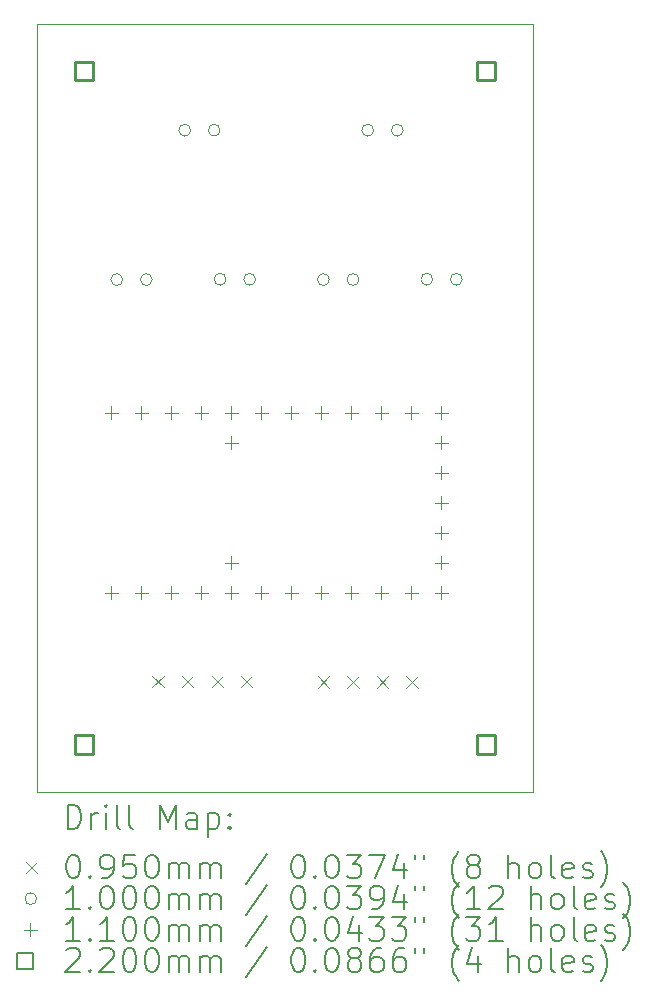
<source format=gbr>
%TF.GenerationSoftware,KiCad,Pcbnew,8.0.4*%
%TF.CreationDate,2024-08-04T23:06:57+09:00*%
%TF.ProjectId,sdvx,73647678-2e6b-4696-9361-645f70636258,rev?*%
%TF.SameCoordinates,Original*%
%TF.FileFunction,Drillmap*%
%TF.FilePolarity,Positive*%
%FSLAX45Y45*%
G04 Gerber Fmt 4.5, Leading zero omitted, Abs format (unit mm)*
G04 Created by KiCad (PCBNEW 8.0.4) date 2024-08-04 23:06:57*
%MOMM*%
%LPD*%
G01*
G04 APERTURE LIST*
%ADD10C,0.050000*%
%ADD11C,0.200000*%
%ADD12C,0.100000*%
%ADD13C,0.110000*%
%ADD14C,0.220000*%
G04 APERTURE END LIST*
D10*
X12300000Y-5900000D02*
X16500000Y-5900000D01*
X16500000Y-12400000D01*
X12300000Y-12400000D01*
X12300000Y-5900000D01*
D11*
D12*
X13277500Y-11422500D02*
X13372500Y-11517500D01*
X13372500Y-11422500D02*
X13277500Y-11517500D01*
X13527500Y-11422500D02*
X13622500Y-11517500D01*
X13622500Y-11422500D02*
X13527500Y-11517500D01*
X13777500Y-11422500D02*
X13872500Y-11517500D01*
X13872500Y-11422500D02*
X13777500Y-11517500D01*
X14027500Y-11422500D02*
X14122500Y-11517500D01*
X14122500Y-11422500D02*
X14027500Y-11517500D01*
X14677500Y-11425000D02*
X14772500Y-11520000D01*
X14772500Y-11425000D02*
X14677500Y-11520000D01*
X14927500Y-11425000D02*
X15022500Y-11520000D01*
X15022500Y-11425000D02*
X14927500Y-11520000D01*
X15177500Y-11425000D02*
X15272500Y-11520000D01*
X15272500Y-11425000D02*
X15177500Y-11520000D01*
X15427500Y-11425000D02*
X15522500Y-11520000D01*
X15522500Y-11425000D02*
X15427500Y-11520000D01*
X13025000Y-8064500D02*
G75*
G02*
X12925000Y-8064500I-50000J0D01*
G01*
X12925000Y-8064500D02*
G75*
G02*
X13025000Y-8064500I50000J0D01*
G01*
X13275000Y-8064500D02*
G75*
G02*
X13175000Y-8064500I-50000J0D01*
G01*
X13175000Y-8064500D02*
G75*
G02*
X13275000Y-8064500I50000J0D01*
G01*
X13600000Y-6800000D02*
G75*
G02*
X13500000Y-6800000I-50000J0D01*
G01*
X13500000Y-6800000D02*
G75*
G02*
X13600000Y-6800000I50000J0D01*
G01*
X13850000Y-6800000D02*
G75*
G02*
X13750000Y-6800000I-50000J0D01*
G01*
X13750000Y-6800000D02*
G75*
G02*
X13850000Y-6800000I50000J0D01*
G01*
X13900000Y-8062000D02*
G75*
G02*
X13800000Y-8062000I-50000J0D01*
G01*
X13800000Y-8062000D02*
G75*
G02*
X13900000Y-8062000I50000J0D01*
G01*
X14150000Y-8062000D02*
G75*
G02*
X14050000Y-8062000I-50000J0D01*
G01*
X14050000Y-8062000D02*
G75*
G02*
X14150000Y-8062000I50000J0D01*
G01*
X14775000Y-8064500D02*
G75*
G02*
X14675000Y-8064500I-50000J0D01*
G01*
X14675000Y-8064500D02*
G75*
G02*
X14775000Y-8064500I50000J0D01*
G01*
X15025000Y-8064500D02*
G75*
G02*
X14925000Y-8064500I-50000J0D01*
G01*
X14925000Y-8064500D02*
G75*
G02*
X15025000Y-8064500I50000J0D01*
G01*
X15150000Y-6800000D02*
G75*
G02*
X15050000Y-6800000I-50000J0D01*
G01*
X15050000Y-6800000D02*
G75*
G02*
X15150000Y-6800000I50000J0D01*
G01*
X15400000Y-6800000D02*
G75*
G02*
X15300000Y-6800000I-50000J0D01*
G01*
X15300000Y-6800000D02*
G75*
G02*
X15400000Y-6800000I50000J0D01*
G01*
X15650000Y-8062000D02*
G75*
G02*
X15550000Y-8062000I-50000J0D01*
G01*
X15550000Y-8062000D02*
G75*
G02*
X15650000Y-8062000I50000J0D01*
G01*
X15900000Y-8062000D02*
G75*
G02*
X15800000Y-8062000I-50000J0D01*
G01*
X15800000Y-8062000D02*
G75*
G02*
X15900000Y-8062000I50000J0D01*
G01*
D13*
X12928000Y-9135500D02*
X12928000Y-9245500D01*
X12873000Y-9190500D02*
X12983000Y-9190500D01*
X12928000Y-10659500D02*
X12928000Y-10769500D01*
X12873000Y-10714500D02*
X12983000Y-10714500D01*
X13182000Y-9135500D02*
X13182000Y-9245500D01*
X13127000Y-9190500D02*
X13237000Y-9190500D01*
X13182000Y-10659500D02*
X13182000Y-10769500D01*
X13127000Y-10714500D02*
X13237000Y-10714500D01*
X13436000Y-9135500D02*
X13436000Y-9245500D01*
X13381000Y-9190500D02*
X13491000Y-9190500D01*
X13436000Y-10659500D02*
X13436000Y-10769500D01*
X13381000Y-10714500D02*
X13491000Y-10714500D01*
X13690000Y-9135500D02*
X13690000Y-9245500D01*
X13635000Y-9190500D02*
X13745000Y-9190500D01*
X13690000Y-10659500D02*
X13690000Y-10769500D01*
X13635000Y-10714500D02*
X13745000Y-10714500D01*
X13944000Y-9135500D02*
X13944000Y-9245500D01*
X13889000Y-9190500D02*
X13999000Y-9190500D01*
X13944000Y-9389500D02*
X13944000Y-9499500D01*
X13889000Y-9444500D02*
X13999000Y-9444500D01*
X13944000Y-10405500D02*
X13944000Y-10515500D01*
X13889000Y-10460500D02*
X13999000Y-10460500D01*
X13944000Y-10659500D02*
X13944000Y-10769500D01*
X13889000Y-10714500D02*
X13999000Y-10714500D01*
X14198000Y-9135500D02*
X14198000Y-9245500D01*
X14143000Y-9190500D02*
X14253000Y-9190500D01*
X14198000Y-10659500D02*
X14198000Y-10769500D01*
X14143000Y-10714500D02*
X14253000Y-10714500D01*
X14452000Y-9135500D02*
X14452000Y-9245500D01*
X14397000Y-9190500D02*
X14507000Y-9190500D01*
X14452000Y-10659500D02*
X14452000Y-10769500D01*
X14397000Y-10714500D02*
X14507000Y-10714500D01*
X14706000Y-9135500D02*
X14706000Y-9245500D01*
X14651000Y-9190500D02*
X14761000Y-9190500D01*
X14706000Y-10659500D02*
X14706000Y-10769500D01*
X14651000Y-10714500D02*
X14761000Y-10714500D01*
X14960000Y-9135500D02*
X14960000Y-9245500D01*
X14905000Y-9190500D02*
X15015000Y-9190500D01*
X14960000Y-10659500D02*
X14960000Y-10769500D01*
X14905000Y-10714500D02*
X15015000Y-10714500D01*
X15214000Y-9135500D02*
X15214000Y-9245500D01*
X15159000Y-9190500D02*
X15269000Y-9190500D01*
X15214000Y-10659500D02*
X15214000Y-10769500D01*
X15159000Y-10714500D02*
X15269000Y-10714500D01*
X15468000Y-9135500D02*
X15468000Y-9245500D01*
X15413000Y-9190500D02*
X15523000Y-9190500D01*
X15468000Y-10659500D02*
X15468000Y-10769500D01*
X15413000Y-10714500D02*
X15523000Y-10714500D01*
X15722000Y-9135500D02*
X15722000Y-9245500D01*
X15667000Y-9190500D02*
X15777000Y-9190500D01*
X15722000Y-9389500D02*
X15722000Y-9499500D01*
X15667000Y-9444500D02*
X15777000Y-9444500D01*
X15722000Y-9643500D02*
X15722000Y-9753500D01*
X15667000Y-9698500D02*
X15777000Y-9698500D01*
X15722000Y-9897500D02*
X15722000Y-10007500D01*
X15667000Y-9952500D02*
X15777000Y-9952500D01*
X15722000Y-10151500D02*
X15722000Y-10261500D01*
X15667000Y-10206500D02*
X15777000Y-10206500D01*
X15722000Y-10405500D02*
X15722000Y-10515500D01*
X15667000Y-10460500D02*
X15777000Y-10460500D01*
X15722000Y-10659500D02*
X15722000Y-10769500D01*
X15667000Y-10714500D02*
X15777000Y-10714500D01*
D14*
X12777782Y-6377782D02*
X12777782Y-6222217D01*
X12622217Y-6222217D01*
X12622217Y-6377782D01*
X12777782Y-6377782D01*
X12777782Y-12077782D02*
X12777782Y-11922217D01*
X12622217Y-11922217D01*
X12622217Y-12077782D01*
X12777782Y-12077782D01*
X16177782Y-6377782D02*
X16177782Y-6222217D01*
X16022217Y-6222217D01*
X16022217Y-6377782D01*
X16177782Y-6377782D01*
X16177782Y-12077782D02*
X16177782Y-11922217D01*
X16022217Y-11922217D01*
X16022217Y-12077782D01*
X16177782Y-12077782D01*
D11*
X12558277Y-12713984D02*
X12558277Y-12513984D01*
X12558277Y-12513984D02*
X12605896Y-12513984D01*
X12605896Y-12513984D02*
X12634467Y-12523508D01*
X12634467Y-12523508D02*
X12653515Y-12542555D01*
X12653515Y-12542555D02*
X12663039Y-12561603D01*
X12663039Y-12561603D02*
X12672562Y-12599698D01*
X12672562Y-12599698D02*
X12672562Y-12628269D01*
X12672562Y-12628269D02*
X12663039Y-12666365D01*
X12663039Y-12666365D02*
X12653515Y-12685412D01*
X12653515Y-12685412D02*
X12634467Y-12704460D01*
X12634467Y-12704460D02*
X12605896Y-12713984D01*
X12605896Y-12713984D02*
X12558277Y-12713984D01*
X12758277Y-12713984D02*
X12758277Y-12580650D01*
X12758277Y-12618746D02*
X12767801Y-12599698D01*
X12767801Y-12599698D02*
X12777324Y-12590174D01*
X12777324Y-12590174D02*
X12796372Y-12580650D01*
X12796372Y-12580650D02*
X12815420Y-12580650D01*
X12882086Y-12713984D02*
X12882086Y-12580650D01*
X12882086Y-12513984D02*
X12872562Y-12523508D01*
X12872562Y-12523508D02*
X12882086Y-12533031D01*
X12882086Y-12533031D02*
X12891610Y-12523508D01*
X12891610Y-12523508D02*
X12882086Y-12513984D01*
X12882086Y-12513984D02*
X12882086Y-12533031D01*
X13005896Y-12713984D02*
X12986848Y-12704460D01*
X12986848Y-12704460D02*
X12977324Y-12685412D01*
X12977324Y-12685412D02*
X12977324Y-12513984D01*
X13110658Y-12713984D02*
X13091610Y-12704460D01*
X13091610Y-12704460D02*
X13082086Y-12685412D01*
X13082086Y-12685412D02*
X13082086Y-12513984D01*
X13339229Y-12713984D02*
X13339229Y-12513984D01*
X13339229Y-12513984D02*
X13405896Y-12656841D01*
X13405896Y-12656841D02*
X13472562Y-12513984D01*
X13472562Y-12513984D02*
X13472562Y-12713984D01*
X13653515Y-12713984D02*
X13653515Y-12609222D01*
X13653515Y-12609222D02*
X13643991Y-12590174D01*
X13643991Y-12590174D02*
X13624943Y-12580650D01*
X13624943Y-12580650D02*
X13586848Y-12580650D01*
X13586848Y-12580650D02*
X13567801Y-12590174D01*
X13653515Y-12704460D02*
X13634467Y-12713984D01*
X13634467Y-12713984D02*
X13586848Y-12713984D01*
X13586848Y-12713984D02*
X13567801Y-12704460D01*
X13567801Y-12704460D02*
X13558277Y-12685412D01*
X13558277Y-12685412D02*
X13558277Y-12666365D01*
X13558277Y-12666365D02*
X13567801Y-12647317D01*
X13567801Y-12647317D02*
X13586848Y-12637793D01*
X13586848Y-12637793D02*
X13634467Y-12637793D01*
X13634467Y-12637793D02*
X13653515Y-12628269D01*
X13748753Y-12580650D02*
X13748753Y-12780650D01*
X13748753Y-12590174D02*
X13767801Y-12580650D01*
X13767801Y-12580650D02*
X13805896Y-12580650D01*
X13805896Y-12580650D02*
X13824943Y-12590174D01*
X13824943Y-12590174D02*
X13834467Y-12599698D01*
X13834467Y-12599698D02*
X13843991Y-12618746D01*
X13843991Y-12618746D02*
X13843991Y-12675888D01*
X13843991Y-12675888D02*
X13834467Y-12694936D01*
X13834467Y-12694936D02*
X13824943Y-12704460D01*
X13824943Y-12704460D02*
X13805896Y-12713984D01*
X13805896Y-12713984D02*
X13767801Y-12713984D01*
X13767801Y-12713984D02*
X13748753Y-12704460D01*
X13929705Y-12694936D02*
X13939229Y-12704460D01*
X13939229Y-12704460D02*
X13929705Y-12713984D01*
X13929705Y-12713984D02*
X13920182Y-12704460D01*
X13920182Y-12704460D02*
X13929705Y-12694936D01*
X13929705Y-12694936D02*
X13929705Y-12713984D01*
X13929705Y-12590174D02*
X13939229Y-12599698D01*
X13939229Y-12599698D02*
X13929705Y-12609222D01*
X13929705Y-12609222D02*
X13920182Y-12599698D01*
X13920182Y-12599698D02*
X13929705Y-12590174D01*
X13929705Y-12590174D02*
X13929705Y-12609222D01*
D12*
X12202500Y-12995000D02*
X12297500Y-13090000D01*
X12297500Y-12995000D02*
X12202500Y-13090000D01*
D11*
X12596372Y-12933984D02*
X12615420Y-12933984D01*
X12615420Y-12933984D02*
X12634467Y-12943508D01*
X12634467Y-12943508D02*
X12643991Y-12953031D01*
X12643991Y-12953031D02*
X12653515Y-12972079D01*
X12653515Y-12972079D02*
X12663039Y-13010174D01*
X12663039Y-13010174D02*
X12663039Y-13057793D01*
X12663039Y-13057793D02*
X12653515Y-13095888D01*
X12653515Y-13095888D02*
X12643991Y-13114936D01*
X12643991Y-13114936D02*
X12634467Y-13124460D01*
X12634467Y-13124460D02*
X12615420Y-13133984D01*
X12615420Y-13133984D02*
X12596372Y-13133984D01*
X12596372Y-13133984D02*
X12577324Y-13124460D01*
X12577324Y-13124460D02*
X12567801Y-13114936D01*
X12567801Y-13114936D02*
X12558277Y-13095888D01*
X12558277Y-13095888D02*
X12548753Y-13057793D01*
X12548753Y-13057793D02*
X12548753Y-13010174D01*
X12548753Y-13010174D02*
X12558277Y-12972079D01*
X12558277Y-12972079D02*
X12567801Y-12953031D01*
X12567801Y-12953031D02*
X12577324Y-12943508D01*
X12577324Y-12943508D02*
X12596372Y-12933984D01*
X12748753Y-13114936D02*
X12758277Y-13124460D01*
X12758277Y-13124460D02*
X12748753Y-13133984D01*
X12748753Y-13133984D02*
X12739229Y-13124460D01*
X12739229Y-13124460D02*
X12748753Y-13114936D01*
X12748753Y-13114936D02*
X12748753Y-13133984D01*
X12853515Y-13133984D02*
X12891610Y-13133984D01*
X12891610Y-13133984D02*
X12910658Y-13124460D01*
X12910658Y-13124460D02*
X12920182Y-13114936D01*
X12920182Y-13114936D02*
X12939229Y-13086365D01*
X12939229Y-13086365D02*
X12948753Y-13048269D01*
X12948753Y-13048269D02*
X12948753Y-12972079D01*
X12948753Y-12972079D02*
X12939229Y-12953031D01*
X12939229Y-12953031D02*
X12929705Y-12943508D01*
X12929705Y-12943508D02*
X12910658Y-12933984D01*
X12910658Y-12933984D02*
X12872562Y-12933984D01*
X12872562Y-12933984D02*
X12853515Y-12943508D01*
X12853515Y-12943508D02*
X12843991Y-12953031D01*
X12843991Y-12953031D02*
X12834467Y-12972079D01*
X12834467Y-12972079D02*
X12834467Y-13019698D01*
X12834467Y-13019698D02*
X12843991Y-13038746D01*
X12843991Y-13038746D02*
X12853515Y-13048269D01*
X12853515Y-13048269D02*
X12872562Y-13057793D01*
X12872562Y-13057793D02*
X12910658Y-13057793D01*
X12910658Y-13057793D02*
X12929705Y-13048269D01*
X12929705Y-13048269D02*
X12939229Y-13038746D01*
X12939229Y-13038746D02*
X12948753Y-13019698D01*
X13129705Y-12933984D02*
X13034467Y-12933984D01*
X13034467Y-12933984D02*
X13024943Y-13029222D01*
X13024943Y-13029222D02*
X13034467Y-13019698D01*
X13034467Y-13019698D02*
X13053515Y-13010174D01*
X13053515Y-13010174D02*
X13101134Y-13010174D01*
X13101134Y-13010174D02*
X13120182Y-13019698D01*
X13120182Y-13019698D02*
X13129705Y-13029222D01*
X13129705Y-13029222D02*
X13139229Y-13048269D01*
X13139229Y-13048269D02*
X13139229Y-13095888D01*
X13139229Y-13095888D02*
X13129705Y-13114936D01*
X13129705Y-13114936D02*
X13120182Y-13124460D01*
X13120182Y-13124460D02*
X13101134Y-13133984D01*
X13101134Y-13133984D02*
X13053515Y-13133984D01*
X13053515Y-13133984D02*
X13034467Y-13124460D01*
X13034467Y-13124460D02*
X13024943Y-13114936D01*
X13263039Y-12933984D02*
X13282086Y-12933984D01*
X13282086Y-12933984D02*
X13301134Y-12943508D01*
X13301134Y-12943508D02*
X13310658Y-12953031D01*
X13310658Y-12953031D02*
X13320182Y-12972079D01*
X13320182Y-12972079D02*
X13329705Y-13010174D01*
X13329705Y-13010174D02*
X13329705Y-13057793D01*
X13329705Y-13057793D02*
X13320182Y-13095888D01*
X13320182Y-13095888D02*
X13310658Y-13114936D01*
X13310658Y-13114936D02*
X13301134Y-13124460D01*
X13301134Y-13124460D02*
X13282086Y-13133984D01*
X13282086Y-13133984D02*
X13263039Y-13133984D01*
X13263039Y-13133984D02*
X13243991Y-13124460D01*
X13243991Y-13124460D02*
X13234467Y-13114936D01*
X13234467Y-13114936D02*
X13224943Y-13095888D01*
X13224943Y-13095888D02*
X13215420Y-13057793D01*
X13215420Y-13057793D02*
X13215420Y-13010174D01*
X13215420Y-13010174D02*
X13224943Y-12972079D01*
X13224943Y-12972079D02*
X13234467Y-12953031D01*
X13234467Y-12953031D02*
X13243991Y-12943508D01*
X13243991Y-12943508D02*
X13263039Y-12933984D01*
X13415420Y-13133984D02*
X13415420Y-13000650D01*
X13415420Y-13019698D02*
X13424943Y-13010174D01*
X13424943Y-13010174D02*
X13443991Y-13000650D01*
X13443991Y-13000650D02*
X13472563Y-13000650D01*
X13472563Y-13000650D02*
X13491610Y-13010174D01*
X13491610Y-13010174D02*
X13501134Y-13029222D01*
X13501134Y-13029222D02*
X13501134Y-13133984D01*
X13501134Y-13029222D02*
X13510658Y-13010174D01*
X13510658Y-13010174D02*
X13529705Y-13000650D01*
X13529705Y-13000650D02*
X13558277Y-13000650D01*
X13558277Y-13000650D02*
X13577324Y-13010174D01*
X13577324Y-13010174D02*
X13586848Y-13029222D01*
X13586848Y-13029222D02*
X13586848Y-13133984D01*
X13682086Y-13133984D02*
X13682086Y-13000650D01*
X13682086Y-13019698D02*
X13691610Y-13010174D01*
X13691610Y-13010174D02*
X13710658Y-13000650D01*
X13710658Y-13000650D02*
X13739229Y-13000650D01*
X13739229Y-13000650D02*
X13758277Y-13010174D01*
X13758277Y-13010174D02*
X13767801Y-13029222D01*
X13767801Y-13029222D02*
X13767801Y-13133984D01*
X13767801Y-13029222D02*
X13777324Y-13010174D01*
X13777324Y-13010174D02*
X13796372Y-13000650D01*
X13796372Y-13000650D02*
X13824943Y-13000650D01*
X13824943Y-13000650D02*
X13843991Y-13010174D01*
X13843991Y-13010174D02*
X13853515Y-13029222D01*
X13853515Y-13029222D02*
X13853515Y-13133984D01*
X14243991Y-12924460D02*
X14072563Y-13181603D01*
X14501134Y-12933984D02*
X14520182Y-12933984D01*
X14520182Y-12933984D02*
X14539229Y-12943508D01*
X14539229Y-12943508D02*
X14548753Y-12953031D01*
X14548753Y-12953031D02*
X14558277Y-12972079D01*
X14558277Y-12972079D02*
X14567801Y-13010174D01*
X14567801Y-13010174D02*
X14567801Y-13057793D01*
X14567801Y-13057793D02*
X14558277Y-13095888D01*
X14558277Y-13095888D02*
X14548753Y-13114936D01*
X14548753Y-13114936D02*
X14539229Y-13124460D01*
X14539229Y-13124460D02*
X14520182Y-13133984D01*
X14520182Y-13133984D02*
X14501134Y-13133984D01*
X14501134Y-13133984D02*
X14482086Y-13124460D01*
X14482086Y-13124460D02*
X14472563Y-13114936D01*
X14472563Y-13114936D02*
X14463039Y-13095888D01*
X14463039Y-13095888D02*
X14453515Y-13057793D01*
X14453515Y-13057793D02*
X14453515Y-13010174D01*
X14453515Y-13010174D02*
X14463039Y-12972079D01*
X14463039Y-12972079D02*
X14472563Y-12953031D01*
X14472563Y-12953031D02*
X14482086Y-12943508D01*
X14482086Y-12943508D02*
X14501134Y-12933984D01*
X14653515Y-13114936D02*
X14663039Y-13124460D01*
X14663039Y-13124460D02*
X14653515Y-13133984D01*
X14653515Y-13133984D02*
X14643991Y-13124460D01*
X14643991Y-13124460D02*
X14653515Y-13114936D01*
X14653515Y-13114936D02*
X14653515Y-13133984D01*
X14786848Y-12933984D02*
X14805896Y-12933984D01*
X14805896Y-12933984D02*
X14824944Y-12943508D01*
X14824944Y-12943508D02*
X14834467Y-12953031D01*
X14834467Y-12953031D02*
X14843991Y-12972079D01*
X14843991Y-12972079D02*
X14853515Y-13010174D01*
X14853515Y-13010174D02*
X14853515Y-13057793D01*
X14853515Y-13057793D02*
X14843991Y-13095888D01*
X14843991Y-13095888D02*
X14834467Y-13114936D01*
X14834467Y-13114936D02*
X14824944Y-13124460D01*
X14824944Y-13124460D02*
X14805896Y-13133984D01*
X14805896Y-13133984D02*
X14786848Y-13133984D01*
X14786848Y-13133984D02*
X14767801Y-13124460D01*
X14767801Y-13124460D02*
X14758277Y-13114936D01*
X14758277Y-13114936D02*
X14748753Y-13095888D01*
X14748753Y-13095888D02*
X14739229Y-13057793D01*
X14739229Y-13057793D02*
X14739229Y-13010174D01*
X14739229Y-13010174D02*
X14748753Y-12972079D01*
X14748753Y-12972079D02*
X14758277Y-12953031D01*
X14758277Y-12953031D02*
X14767801Y-12943508D01*
X14767801Y-12943508D02*
X14786848Y-12933984D01*
X14920182Y-12933984D02*
X15043991Y-12933984D01*
X15043991Y-12933984D02*
X14977325Y-13010174D01*
X14977325Y-13010174D02*
X15005896Y-13010174D01*
X15005896Y-13010174D02*
X15024944Y-13019698D01*
X15024944Y-13019698D02*
X15034467Y-13029222D01*
X15034467Y-13029222D02*
X15043991Y-13048269D01*
X15043991Y-13048269D02*
X15043991Y-13095888D01*
X15043991Y-13095888D02*
X15034467Y-13114936D01*
X15034467Y-13114936D02*
X15024944Y-13124460D01*
X15024944Y-13124460D02*
X15005896Y-13133984D01*
X15005896Y-13133984D02*
X14948753Y-13133984D01*
X14948753Y-13133984D02*
X14929706Y-13124460D01*
X14929706Y-13124460D02*
X14920182Y-13114936D01*
X15110658Y-12933984D02*
X15243991Y-12933984D01*
X15243991Y-12933984D02*
X15158277Y-13133984D01*
X15405896Y-13000650D02*
X15405896Y-13133984D01*
X15358277Y-12924460D02*
X15310658Y-13067317D01*
X15310658Y-13067317D02*
X15434467Y-13067317D01*
X15501134Y-12933984D02*
X15501134Y-12972079D01*
X15577325Y-12933984D02*
X15577325Y-12972079D01*
X15872563Y-13210174D02*
X15863039Y-13200650D01*
X15863039Y-13200650D02*
X15843991Y-13172079D01*
X15843991Y-13172079D02*
X15834468Y-13153031D01*
X15834468Y-13153031D02*
X15824944Y-13124460D01*
X15824944Y-13124460D02*
X15815420Y-13076841D01*
X15815420Y-13076841D02*
X15815420Y-13038746D01*
X15815420Y-13038746D02*
X15824944Y-12991127D01*
X15824944Y-12991127D02*
X15834468Y-12962555D01*
X15834468Y-12962555D02*
X15843991Y-12943508D01*
X15843991Y-12943508D02*
X15863039Y-12914936D01*
X15863039Y-12914936D02*
X15872563Y-12905412D01*
X15977325Y-13019698D02*
X15958277Y-13010174D01*
X15958277Y-13010174D02*
X15948753Y-13000650D01*
X15948753Y-13000650D02*
X15939229Y-12981603D01*
X15939229Y-12981603D02*
X15939229Y-12972079D01*
X15939229Y-12972079D02*
X15948753Y-12953031D01*
X15948753Y-12953031D02*
X15958277Y-12943508D01*
X15958277Y-12943508D02*
X15977325Y-12933984D01*
X15977325Y-12933984D02*
X16015420Y-12933984D01*
X16015420Y-12933984D02*
X16034468Y-12943508D01*
X16034468Y-12943508D02*
X16043991Y-12953031D01*
X16043991Y-12953031D02*
X16053515Y-12972079D01*
X16053515Y-12972079D02*
X16053515Y-12981603D01*
X16053515Y-12981603D02*
X16043991Y-13000650D01*
X16043991Y-13000650D02*
X16034468Y-13010174D01*
X16034468Y-13010174D02*
X16015420Y-13019698D01*
X16015420Y-13019698D02*
X15977325Y-13019698D01*
X15977325Y-13019698D02*
X15958277Y-13029222D01*
X15958277Y-13029222D02*
X15948753Y-13038746D01*
X15948753Y-13038746D02*
X15939229Y-13057793D01*
X15939229Y-13057793D02*
X15939229Y-13095888D01*
X15939229Y-13095888D02*
X15948753Y-13114936D01*
X15948753Y-13114936D02*
X15958277Y-13124460D01*
X15958277Y-13124460D02*
X15977325Y-13133984D01*
X15977325Y-13133984D02*
X16015420Y-13133984D01*
X16015420Y-13133984D02*
X16034468Y-13124460D01*
X16034468Y-13124460D02*
X16043991Y-13114936D01*
X16043991Y-13114936D02*
X16053515Y-13095888D01*
X16053515Y-13095888D02*
X16053515Y-13057793D01*
X16053515Y-13057793D02*
X16043991Y-13038746D01*
X16043991Y-13038746D02*
X16034468Y-13029222D01*
X16034468Y-13029222D02*
X16015420Y-13019698D01*
X16291610Y-13133984D02*
X16291610Y-12933984D01*
X16377325Y-13133984D02*
X16377325Y-13029222D01*
X16377325Y-13029222D02*
X16367801Y-13010174D01*
X16367801Y-13010174D02*
X16348753Y-13000650D01*
X16348753Y-13000650D02*
X16320182Y-13000650D01*
X16320182Y-13000650D02*
X16301134Y-13010174D01*
X16301134Y-13010174D02*
X16291610Y-13019698D01*
X16501134Y-13133984D02*
X16482087Y-13124460D01*
X16482087Y-13124460D02*
X16472563Y-13114936D01*
X16472563Y-13114936D02*
X16463039Y-13095888D01*
X16463039Y-13095888D02*
X16463039Y-13038746D01*
X16463039Y-13038746D02*
X16472563Y-13019698D01*
X16472563Y-13019698D02*
X16482087Y-13010174D01*
X16482087Y-13010174D02*
X16501134Y-13000650D01*
X16501134Y-13000650D02*
X16529706Y-13000650D01*
X16529706Y-13000650D02*
X16548753Y-13010174D01*
X16548753Y-13010174D02*
X16558277Y-13019698D01*
X16558277Y-13019698D02*
X16567801Y-13038746D01*
X16567801Y-13038746D02*
X16567801Y-13095888D01*
X16567801Y-13095888D02*
X16558277Y-13114936D01*
X16558277Y-13114936D02*
X16548753Y-13124460D01*
X16548753Y-13124460D02*
X16529706Y-13133984D01*
X16529706Y-13133984D02*
X16501134Y-13133984D01*
X16682087Y-13133984D02*
X16663039Y-13124460D01*
X16663039Y-13124460D02*
X16653515Y-13105412D01*
X16653515Y-13105412D02*
X16653515Y-12933984D01*
X16834468Y-13124460D02*
X16815420Y-13133984D01*
X16815420Y-13133984D02*
X16777325Y-13133984D01*
X16777325Y-13133984D02*
X16758277Y-13124460D01*
X16758277Y-13124460D02*
X16748753Y-13105412D01*
X16748753Y-13105412D02*
X16748753Y-13029222D01*
X16748753Y-13029222D02*
X16758277Y-13010174D01*
X16758277Y-13010174D02*
X16777325Y-13000650D01*
X16777325Y-13000650D02*
X16815420Y-13000650D01*
X16815420Y-13000650D02*
X16834468Y-13010174D01*
X16834468Y-13010174D02*
X16843992Y-13029222D01*
X16843992Y-13029222D02*
X16843992Y-13048269D01*
X16843992Y-13048269D02*
X16748753Y-13067317D01*
X16920182Y-13124460D02*
X16939230Y-13133984D01*
X16939230Y-13133984D02*
X16977325Y-13133984D01*
X16977325Y-13133984D02*
X16996373Y-13124460D01*
X16996373Y-13124460D02*
X17005896Y-13105412D01*
X17005896Y-13105412D02*
X17005896Y-13095888D01*
X17005896Y-13095888D02*
X16996373Y-13076841D01*
X16996373Y-13076841D02*
X16977325Y-13067317D01*
X16977325Y-13067317D02*
X16948753Y-13067317D01*
X16948753Y-13067317D02*
X16929706Y-13057793D01*
X16929706Y-13057793D02*
X16920182Y-13038746D01*
X16920182Y-13038746D02*
X16920182Y-13029222D01*
X16920182Y-13029222D02*
X16929706Y-13010174D01*
X16929706Y-13010174D02*
X16948753Y-13000650D01*
X16948753Y-13000650D02*
X16977325Y-13000650D01*
X16977325Y-13000650D02*
X16996373Y-13010174D01*
X17072563Y-13210174D02*
X17082087Y-13200650D01*
X17082087Y-13200650D02*
X17101134Y-13172079D01*
X17101134Y-13172079D02*
X17110658Y-13153031D01*
X17110658Y-13153031D02*
X17120182Y-13124460D01*
X17120182Y-13124460D02*
X17129706Y-13076841D01*
X17129706Y-13076841D02*
X17129706Y-13038746D01*
X17129706Y-13038746D02*
X17120182Y-12991127D01*
X17120182Y-12991127D02*
X17110658Y-12962555D01*
X17110658Y-12962555D02*
X17101134Y-12943508D01*
X17101134Y-12943508D02*
X17082087Y-12914936D01*
X17082087Y-12914936D02*
X17072563Y-12905412D01*
D12*
X12297500Y-13306500D02*
G75*
G02*
X12197500Y-13306500I-50000J0D01*
G01*
X12197500Y-13306500D02*
G75*
G02*
X12297500Y-13306500I50000J0D01*
G01*
D11*
X12663039Y-13397984D02*
X12548753Y-13397984D01*
X12605896Y-13397984D02*
X12605896Y-13197984D01*
X12605896Y-13197984D02*
X12586848Y-13226555D01*
X12586848Y-13226555D02*
X12567801Y-13245603D01*
X12567801Y-13245603D02*
X12548753Y-13255127D01*
X12748753Y-13378936D02*
X12758277Y-13388460D01*
X12758277Y-13388460D02*
X12748753Y-13397984D01*
X12748753Y-13397984D02*
X12739229Y-13388460D01*
X12739229Y-13388460D02*
X12748753Y-13378936D01*
X12748753Y-13378936D02*
X12748753Y-13397984D01*
X12882086Y-13197984D02*
X12901134Y-13197984D01*
X12901134Y-13197984D02*
X12920182Y-13207508D01*
X12920182Y-13207508D02*
X12929705Y-13217031D01*
X12929705Y-13217031D02*
X12939229Y-13236079D01*
X12939229Y-13236079D02*
X12948753Y-13274174D01*
X12948753Y-13274174D02*
X12948753Y-13321793D01*
X12948753Y-13321793D02*
X12939229Y-13359888D01*
X12939229Y-13359888D02*
X12929705Y-13378936D01*
X12929705Y-13378936D02*
X12920182Y-13388460D01*
X12920182Y-13388460D02*
X12901134Y-13397984D01*
X12901134Y-13397984D02*
X12882086Y-13397984D01*
X12882086Y-13397984D02*
X12863039Y-13388460D01*
X12863039Y-13388460D02*
X12853515Y-13378936D01*
X12853515Y-13378936D02*
X12843991Y-13359888D01*
X12843991Y-13359888D02*
X12834467Y-13321793D01*
X12834467Y-13321793D02*
X12834467Y-13274174D01*
X12834467Y-13274174D02*
X12843991Y-13236079D01*
X12843991Y-13236079D02*
X12853515Y-13217031D01*
X12853515Y-13217031D02*
X12863039Y-13207508D01*
X12863039Y-13207508D02*
X12882086Y-13197984D01*
X13072562Y-13197984D02*
X13091610Y-13197984D01*
X13091610Y-13197984D02*
X13110658Y-13207508D01*
X13110658Y-13207508D02*
X13120182Y-13217031D01*
X13120182Y-13217031D02*
X13129705Y-13236079D01*
X13129705Y-13236079D02*
X13139229Y-13274174D01*
X13139229Y-13274174D02*
X13139229Y-13321793D01*
X13139229Y-13321793D02*
X13129705Y-13359888D01*
X13129705Y-13359888D02*
X13120182Y-13378936D01*
X13120182Y-13378936D02*
X13110658Y-13388460D01*
X13110658Y-13388460D02*
X13091610Y-13397984D01*
X13091610Y-13397984D02*
X13072562Y-13397984D01*
X13072562Y-13397984D02*
X13053515Y-13388460D01*
X13053515Y-13388460D02*
X13043991Y-13378936D01*
X13043991Y-13378936D02*
X13034467Y-13359888D01*
X13034467Y-13359888D02*
X13024943Y-13321793D01*
X13024943Y-13321793D02*
X13024943Y-13274174D01*
X13024943Y-13274174D02*
X13034467Y-13236079D01*
X13034467Y-13236079D02*
X13043991Y-13217031D01*
X13043991Y-13217031D02*
X13053515Y-13207508D01*
X13053515Y-13207508D02*
X13072562Y-13197984D01*
X13263039Y-13197984D02*
X13282086Y-13197984D01*
X13282086Y-13197984D02*
X13301134Y-13207508D01*
X13301134Y-13207508D02*
X13310658Y-13217031D01*
X13310658Y-13217031D02*
X13320182Y-13236079D01*
X13320182Y-13236079D02*
X13329705Y-13274174D01*
X13329705Y-13274174D02*
X13329705Y-13321793D01*
X13329705Y-13321793D02*
X13320182Y-13359888D01*
X13320182Y-13359888D02*
X13310658Y-13378936D01*
X13310658Y-13378936D02*
X13301134Y-13388460D01*
X13301134Y-13388460D02*
X13282086Y-13397984D01*
X13282086Y-13397984D02*
X13263039Y-13397984D01*
X13263039Y-13397984D02*
X13243991Y-13388460D01*
X13243991Y-13388460D02*
X13234467Y-13378936D01*
X13234467Y-13378936D02*
X13224943Y-13359888D01*
X13224943Y-13359888D02*
X13215420Y-13321793D01*
X13215420Y-13321793D02*
X13215420Y-13274174D01*
X13215420Y-13274174D02*
X13224943Y-13236079D01*
X13224943Y-13236079D02*
X13234467Y-13217031D01*
X13234467Y-13217031D02*
X13243991Y-13207508D01*
X13243991Y-13207508D02*
X13263039Y-13197984D01*
X13415420Y-13397984D02*
X13415420Y-13264650D01*
X13415420Y-13283698D02*
X13424943Y-13274174D01*
X13424943Y-13274174D02*
X13443991Y-13264650D01*
X13443991Y-13264650D02*
X13472563Y-13264650D01*
X13472563Y-13264650D02*
X13491610Y-13274174D01*
X13491610Y-13274174D02*
X13501134Y-13293222D01*
X13501134Y-13293222D02*
X13501134Y-13397984D01*
X13501134Y-13293222D02*
X13510658Y-13274174D01*
X13510658Y-13274174D02*
X13529705Y-13264650D01*
X13529705Y-13264650D02*
X13558277Y-13264650D01*
X13558277Y-13264650D02*
X13577324Y-13274174D01*
X13577324Y-13274174D02*
X13586848Y-13293222D01*
X13586848Y-13293222D02*
X13586848Y-13397984D01*
X13682086Y-13397984D02*
X13682086Y-13264650D01*
X13682086Y-13283698D02*
X13691610Y-13274174D01*
X13691610Y-13274174D02*
X13710658Y-13264650D01*
X13710658Y-13264650D02*
X13739229Y-13264650D01*
X13739229Y-13264650D02*
X13758277Y-13274174D01*
X13758277Y-13274174D02*
X13767801Y-13293222D01*
X13767801Y-13293222D02*
X13767801Y-13397984D01*
X13767801Y-13293222D02*
X13777324Y-13274174D01*
X13777324Y-13274174D02*
X13796372Y-13264650D01*
X13796372Y-13264650D02*
X13824943Y-13264650D01*
X13824943Y-13264650D02*
X13843991Y-13274174D01*
X13843991Y-13274174D02*
X13853515Y-13293222D01*
X13853515Y-13293222D02*
X13853515Y-13397984D01*
X14243991Y-13188460D02*
X14072563Y-13445603D01*
X14501134Y-13197984D02*
X14520182Y-13197984D01*
X14520182Y-13197984D02*
X14539229Y-13207508D01*
X14539229Y-13207508D02*
X14548753Y-13217031D01*
X14548753Y-13217031D02*
X14558277Y-13236079D01*
X14558277Y-13236079D02*
X14567801Y-13274174D01*
X14567801Y-13274174D02*
X14567801Y-13321793D01*
X14567801Y-13321793D02*
X14558277Y-13359888D01*
X14558277Y-13359888D02*
X14548753Y-13378936D01*
X14548753Y-13378936D02*
X14539229Y-13388460D01*
X14539229Y-13388460D02*
X14520182Y-13397984D01*
X14520182Y-13397984D02*
X14501134Y-13397984D01*
X14501134Y-13397984D02*
X14482086Y-13388460D01*
X14482086Y-13388460D02*
X14472563Y-13378936D01*
X14472563Y-13378936D02*
X14463039Y-13359888D01*
X14463039Y-13359888D02*
X14453515Y-13321793D01*
X14453515Y-13321793D02*
X14453515Y-13274174D01*
X14453515Y-13274174D02*
X14463039Y-13236079D01*
X14463039Y-13236079D02*
X14472563Y-13217031D01*
X14472563Y-13217031D02*
X14482086Y-13207508D01*
X14482086Y-13207508D02*
X14501134Y-13197984D01*
X14653515Y-13378936D02*
X14663039Y-13388460D01*
X14663039Y-13388460D02*
X14653515Y-13397984D01*
X14653515Y-13397984D02*
X14643991Y-13388460D01*
X14643991Y-13388460D02*
X14653515Y-13378936D01*
X14653515Y-13378936D02*
X14653515Y-13397984D01*
X14786848Y-13197984D02*
X14805896Y-13197984D01*
X14805896Y-13197984D02*
X14824944Y-13207508D01*
X14824944Y-13207508D02*
X14834467Y-13217031D01*
X14834467Y-13217031D02*
X14843991Y-13236079D01*
X14843991Y-13236079D02*
X14853515Y-13274174D01*
X14853515Y-13274174D02*
X14853515Y-13321793D01*
X14853515Y-13321793D02*
X14843991Y-13359888D01*
X14843991Y-13359888D02*
X14834467Y-13378936D01*
X14834467Y-13378936D02*
X14824944Y-13388460D01*
X14824944Y-13388460D02*
X14805896Y-13397984D01*
X14805896Y-13397984D02*
X14786848Y-13397984D01*
X14786848Y-13397984D02*
X14767801Y-13388460D01*
X14767801Y-13388460D02*
X14758277Y-13378936D01*
X14758277Y-13378936D02*
X14748753Y-13359888D01*
X14748753Y-13359888D02*
X14739229Y-13321793D01*
X14739229Y-13321793D02*
X14739229Y-13274174D01*
X14739229Y-13274174D02*
X14748753Y-13236079D01*
X14748753Y-13236079D02*
X14758277Y-13217031D01*
X14758277Y-13217031D02*
X14767801Y-13207508D01*
X14767801Y-13207508D02*
X14786848Y-13197984D01*
X14920182Y-13197984D02*
X15043991Y-13197984D01*
X15043991Y-13197984D02*
X14977325Y-13274174D01*
X14977325Y-13274174D02*
X15005896Y-13274174D01*
X15005896Y-13274174D02*
X15024944Y-13283698D01*
X15024944Y-13283698D02*
X15034467Y-13293222D01*
X15034467Y-13293222D02*
X15043991Y-13312269D01*
X15043991Y-13312269D02*
X15043991Y-13359888D01*
X15043991Y-13359888D02*
X15034467Y-13378936D01*
X15034467Y-13378936D02*
X15024944Y-13388460D01*
X15024944Y-13388460D02*
X15005896Y-13397984D01*
X15005896Y-13397984D02*
X14948753Y-13397984D01*
X14948753Y-13397984D02*
X14929706Y-13388460D01*
X14929706Y-13388460D02*
X14920182Y-13378936D01*
X15139229Y-13397984D02*
X15177325Y-13397984D01*
X15177325Y-13397984D02*
X15196372Y-13388460D01*
X15196372Y-13388460D02*
X15205896Y-13378936D01*
X15205896Y-13378936D02*
X15224944Y-13350365D01*
X15224944Y-13350365D02*
X15234467Y-13312269D01*
X15234467Y-13312269D02*
X15234467Y-13236079D01*
X15234467Y-13236079D02*
X15224944Y-13217031D01*
X15224944Y-13217031D02*
X15215420Y-13207508D01*
X15215420Y-13207508D02*
X15196372Y-13197984D01*
X15196372Y-13197984D02*
X15158277Y-13197984D01*
X15158277Y-13197984D02*
X15139229Y-13207508D01*
X15139229Y-13207508D02*
X15129706Y-13217031D01*
X15129706Y-13217031D02*
X15120182Y-13236079D01*
X15120182Y-13236079D02*
X15120182Y-13283698D01*
X15120182Y-13283698D02*
X15129706Y-13302746D01*
X15129706Y-13302746D02*
X15139229Y-13312269D01*
X15139229Y-13312269D02*
X15158277Y-13321793D01*
X15158277Y-13321793D02*
X15196372Y-13321793D01*
X15196372Y-13321793D02*
X15215420Y-13312269D01*
X15215420Y-13312269D02*
X15224944Y-13302746D01*
X15224944Y-13302746D02*
X15234467Y-13283698D01*
X15405896Y-13264650D02*
X15405896Y-13397984D01*
X15358277Y-13188460D02*
X15310658Y-13331317D01*
X15310658Y-13331317D02*
X15434467Y-13331317D01*
X15501134Y-13197984D02*
X15501134Y-13236079D01*
X15577325Y-13197984D02*
X15577325Y-13236079D01*
X15872563Y-13474174D02*
X15863039Y-13464650D01*
X15863039Y-13464650D02*
X15843991Y-13436079D01*
X15843991Y-13436079D02*
X15834468Y-13417031D01*
X15834468Y-13417031D02*
X15824944Y-13388460D01*
X15824944Y-13388460D02*
X15815420Y-13340841D01*
X15815420Y-13340841D02*
X15815420Y-13302746D01*
X15815420Y-13302746D02*
X15824944Y-13255127D01*
X15824944Y-13255127D02*
X15834468Y-13226555D01*
X15834468Y-13226555D02*
X15843991Y-13207508D01*
X15843991Y-13207508D02*
X15863039Y-13178936D01*
X15863039Y-13178936D02*
X15872563Y-13169412D01*
X16053515Y-13397984D02*
X15939229Y-13397984D01*
X15996372Y-13397984D02*
X15996372Y-13197984D01*
X15996372Y-13197984D02*
X15977325Y-13226555D01*
X15977325Y-13226555D02*
X15958277Y-13245603D01*
X15958277Y-13245603D02*
X15939229Y-13255127D01*
X16129706Y-13217031D02*
X16139229Y-13207508D01*
X16139229Y-13207508D02*
X16158277Y-13197984D01*
X16158277Y-13197984D02*
X16205896Y-13197984D01*
X16205896Y-13197984D02*
X16224944Y-13207508D01*
X16224944Y-13207508D02*
X16234468Y-13217031D01*
X16234468Y-13217031D02*
X16243991Y-13236079D01*
X16243991Y-13236079D02*
X16243991Y-13255127D01*
X16243991Y-13255127D02*
X16234468Y-13283698D01*
X16234468Y-13283698D02*
X16120182Y-13397984D01*
X16120182Y-13397984D02*
X16243991Y-13397984D01*
X16482087Y-13397984D02*
X16482087Y-13197984D01*
X16567801Y-13397984D02*
X16567801Y-13293222D01*
X16567801Y-13293222D02*
X16558277Y-13274174D01*
X16558277Y-13274174D02*
X16539230Y-13264650D01*
X16539230Y-13264650D02*
X16510658Y-13264650D01*
X16510658Y-13264650D02*
X16491610Y-13274174D01*
X16491610Y-13274174D02*
X16482087Y-13283698D01*
X16691610Y-13397984D02*
X16672563Y-13388460D01*
X16672563Y-13388460D02*
X16663039Y-13378936D01*
X16663039Y-13378936D02*
X16653515Y-13359888D01*
X16653515Y-13359888D02*
X16653515Y-13302746D01*
X16653515Y-13302746D02*
X16663039Y-13283698D01*
X16663039Y-13283698D02*
X16672563Y-13274174D01*
X16672563Y-13274174D02*
X16691610Y-13264650D01*
X16691610Y-13264650D02*
X16720182Y-13264650D01*
X16720182Y-13264650D02*
X16739230Y-13274174D01*
X16739230Y-13274174D02*
X16748753Y-13283698D01*
X16748753Y-13283698D02*
X16758277Y-13302746D01*
X16758277Y-13302746D02*
X16758277Y-13359888D01*
X16758277Y-13359888D02*
X16748753Y-13378936D01*
X16748753Y-13378936D02*
X16739230Y-13388460D01*
X16739230Y-13388460D02*
X16720182Y-13397984D01*
X16720182Y-13397984D02*
X16691610Y-13397984D01*
X16872563Y-13397984D02*
X16853515Y-13388460D01*
X16853515Y-13388460D02*
X16843992Y-13369412D01*
X16843992Y-13369412D02*
X16843992Y-13197984D01*
X17024944Y-13388460D02*
X17005896Y-13397984D01*
X17005896Y-13397984D02*
X16967801Y-13397984D01*
X16967801Y-13397984D02*
X16948753Y-13388460D01*
X16948753Y-13388460D02*
X16939230Y-13369412D01*
X16939230Y-13369412D02*
X16939230Y-13293222D01*
X16939230Y-13293222D02*
X16948753Y-13274174D01*
X16948753Y-13274174D02*
X16967801Y-13264650D01*
X16967801Y-13264650D02*
X17005896Y-13264650D01*
X17005896Y-13264650D02*
X17024944Y-13274174D01*
X17024944Y-13274174D02*
X17034468Y-13293222D01*
X17034468Y-13293222D02*
X17034468Y-13312269D01*
X17034468Y-13312269D02*
X16939230Y-13331317D01*
X17110658Y-13388460D02*
X17129706Y-13397984D01*
X17129706Y-13397984D02*
X17167801Y-13397984D01*
X17167801Y-13397984D02*
X17186849Y-13388460D01*
X17186849Y-13388460D02*
X17196373Y-13369412D01*
X17196373Y-13369412D02*
X17196373Y-13359888D01*
X17196373Y-13359888D02*
X17186849Y-13340841D01*
X17186849Y-13340841D02*
X17167801Y-13331317D01*
X17167801Y-13331317D02*
X17139230Y-13331317D01*
X17139230Y-13331317D02*
X17120182Y-13321793D01*
X17120182Y-13321793D02*
X17110658Y-13302746D01*
X17110658Y-13302746D02*
X17110658Y-13293222D01*
X17110658Y-13293222D02*
X17120182Y-13274174D01*
X17120182Y-13274174D02*
X17139230Y-13264650D01*
X17139230Y-13264650D02*
X17167801Y-13264650D01*
X17167801Y-13264650D02*
X17186849Y-13274174D01*
X17263039Y-13474174D02*
X17272563Y-13464650D01*
X17272563Y-13464650D02*
X17291611Y-13436079D01*
X17291611Y-13436079D02*
X17301134Y-13417031D01*
X17301134Y-13417031D02*
X17310658Y-13388460D01*
X17310658Y-13388460D02*
X17320182Y-13340841D01*
X17320182Y-13340841D02*
X17320182Y-13302746D01*
X17320182Y-13302746D02*
X17310658Y-13255127D01*
X17310658Y-13255127D02*
X17301134Y-13226555D01*
X17301134Y-13226555D02*
X17291611Y-13207508D01*
X17291611Y-13207508D02*
X17272563Y-13178936D01*
X17272563Y-13178936D02*
X17263039Y-13169412D01*
D13*
X12242500Y-13515500D02*
X12242500Y-13625500D01*
X12187500Y-13570500D02*
X12297500Y-13570500D01*
D11*
X12663039Y-13661984D02*
X12548753Y-13661984D01*
X12605896Y-13661984D02*
X12605896Y-13461984D01*
X12605896Y-13461984D02*
X12586848Y-13490555D01*
X12586848Y-13490555D02*
X12567801Y-13509603D01*
X12567801Y-13509603D02*
X12548753Y-13519127D01*
X12748753Y-13642936D02*
X12758277Y-13652460D01*
X12758277Y-13652460D02*
X12748753Y-13661984D01*
X12748753Y-13661984D02*
X12739229Y-13652460D01*
X12739229Y-13652460D02*
X12748753Y-13642936D01*
X12748753Y-13642936D02*
X12748753Y-13661984D01*
X12948753Y-13661984D02*
X12834467Y-13661984D01*
X12891610Y-13661984D02*
X12891610Y-13461984D01*
X12891610Y-13461984D02*
X12872562Y-13490555D01*
X12872562Y-13490555D02*
X12853515Y-13509603D01*
X12853515Y-13509603D02*
X12834467Y-13519127D01*
X13072562Y-13461984D02*
X13091610Y-13461984D01*
X13091610Y-13461984D02*
X13110658Y-13471508D01*
X13110658Y-13471508D02*
X13120182Y-13481031D01*
X13120182Y-13481031D02*
X13129705Y-13500079D01*
X13129705Y-13500079D02*
X13139229Y-13538174D01*
X13139229Y-13538174D02*
X13139229Y-13585793D01*
X13139229Y-13585793D02*
X13129705Y-13623888D01*
X13129705Y-13623888D02*
X13120182Y-13642936D01*
X13120182Y-13642936D02*
X13110658Y-13652460D01*
X13110658Y-13652460D02*
X13091610Y-13661984D01*
X13091610Y-13661984D02*
X13072562Y-13661984D01*
X13072562Y-13661984D02*
X13053515Y-13652460D01*
X13053515Y-13652460D02*
X13043991Y-13642936D01*
X13043991Y-13642936D02*
X13034467Y-13623888D01*
X13034467Y-13623888D02*
X13024943Y-13585793D01*
X13024943Y-13585793D02*
X13024943Y-13538174D01*
X13024943Y-13538174D02*
X13034467Y-13500079D01*
X13034467Y-13500079D02*
X13043991Y-13481031D01*
X13043991Y-13481031D02*
X13053515Y-13471508D01*
X13053515Y-13471508D02*
X13072562Y-13461984D01*
X13263039Y-13461984D02*
X13282086Y-13461984D01*
X13282086Y-13461984D02*
X13301134Y-13471508D01*
X13301134Y-13471508D02*
X13310658Y-13481031D01*
X13310658Y-13481031D02*
X13320182Y-13500079D01*
X13320182Y-13500079D02*
X13329705Y-13538174D01*
X13329705Y-13538174D02*
X13329705Y-13585793D01*
X13329705Y-13585793D02*
X13320182Y-13623888D01*
X13320182Y-13623888D02*
X13310658Y-13642936D01*
X13310658Y-13642936D02*
X13301134Y-13652460D01*
X13301134Y-13652460D02*
X13282086Y-13661984D01*
X13282086Y-13661984D02*
X13263039Y-13661984D01*
X13263039Y-13661984D02*
X13243991Y-13652460D01*
X13243991Y-13652460D02*
X13234467Y-13642936D01*
X13234467Y-13642936D02*
X13224943Y-13623888D01*
X13224943Y-13623888D02*
X13215420Y-13585793D01*
X13215420Y-13585793D02*
X13215420Y-13538174D01*
X13215420Y-13538174D02*
X13224943Y-13500079D01*
X13224943Y-13500079D02*
X13234467Y-13481031D01*
X13234467Y-13481031D02*
X13243991Y-13471508D01*
X13243991Y-13471508D02*
X13263039Y-13461984D01*
X13415420Y-13661984D02*
X13415420Y-13528650D01*
X13415420Y-13547698D02*
X13424943Y-13538174D01*
X13424943Y-13538174D02*
X13443991Y-13528650D01*
X13443991Y-13528650D02*
X13472563Y-13528650D01*
X13472563Y-13528650D02*
X13491610Y-13538174D01*
X13491610Y-13538174D02*
X13501134Y-13557222D01*
X13501134Y-13557222D02*
X13501134Y-13661984D01*
X13501134Y-13557222D02*
X13510658Y-13538174D01*
X13510658Y-13538174D02*
X13529705Y-13528650D01*
X13529705Y-13528650D02*
X13558277Y-13528650D01*
X13558277Y-13528650D02*
X13577324Y-13538174D01*
X13577324Y-13538174D02*
X13586848Y-13557222D01*
X13586848Y-13557222D02*
X13586848Y-13661984D01*
X13682086Y-13661984D02*
X13682086Y-13528650D01*
X13682086Y-13547698D02*
X13691610Y-13538174D01*
X13691610Y-13538174D02*
X13710658Y-13528650D01*
X13710658Y-13528650D02*
X13739229Y-13528650D01*
X13739229Y-13528650D02*
X13758277Y-13538174D01*
X13758277Y-13538174D02*
X13767801Y-13557222D01*
X13767801Y-13557222D02*
X13767801Y-13661984D01*
X13767801Y-13557222D02*
X13777324Y-13538174D01*
X13777324Y-13538174D02*
X13796372Y-13528650D01*
X13796372Y-13528650D02*
X13824943Y-13528650D01*
X13824943Y-13528650D02*
X13843991Y-13538174D01*
X13843991Y-13538174D02*
X13853515Y-13557222D01*
X13853515Y-13557222D02*
X13853515Y-13661984D01*
X14243991Y-13452460D02*
X14072563Y-13709603D01*
X14501134Y-13461984D02*
X14520182Y-13461984D01*
X14520182Y-13461984D02*
X14539229Y-13471508D01*
X14539229Y-13471508D02*
X14548753Y-13481031D01*
X14548753Y-13481031D02*
X14558277Y-13500079D01*
X14558277Y-13500079D02*
X14567801Y-13538174D01*
X14567801Y-13538174D02*
X14567801Y-13585793D01*
X14567801Y-13585793D02*
X14558277Y-13623888D01*
X14558277Y-13623888D02*
X14548753Y-13642936D01*
X14548753Y-13642936D02*
X14539229Y-13652460D01*
X14539229Y-13652460D02*
X14520182Y-13661984D01*
X14520182Y-13661984D02*
X14501134Y-13661984D01*
X14501134Y-13661984D02*
X14482086Y-13652460D01*
X14482086Y-13652460D02*
X14472563Y-13642936D01*
X14472563Y-13642936D02*
X14463039Y-13623888D01*
X14463039Y-13623888D02*
X14453515Y-13585793D01*
X14453515Y-13585793D02*
X14453515Y-13538174D01*
X14453515Y-13538174D02*
X14463039Y-13500079D01*
X14463039Y-13500079D02*
X14472563Y-13481031D01*
X14472563Y-13481031D02*
X14482086Y-13471508D01*
X14482086Y-13471508D02*
X14501134Y-13461984D01*
X14653515Y-13642936D02*
X14663039Y-13652460D01*
X14663039Y-13652460D02*
X14653515Y-13661984D01*
X14653515Y-13661984D02*
X14643991Y-13652460D01*
X14643991Y-13652460D02*
X14653515Y-13642936D01*
X14653515Y-13642936D02*
X14653515Y-13661984D01*
X14786848Y-13461984D02*
X14805896Y-13461984D01*
X14805896Y-13461984D02*
X14824944Y-13471508D01*
X14824944Y-13471508D02*
X14834467Y-13481031D01*
X14834467Y-13481031D02*
X14843991Y-13500079D01*
X14843991Y-13500079D02*
X14853515Y-13538174D01*
X14853515Y-13538174D02*
X14853515Y-13585793D01*
X14853515Y-13585793D02*
X14843991Y-13623888D01*
X14843991Y-13623888D02*
X14834467Y-13642936D01*
X14834467Y-13642936D02*
X14824944Y-13652460D01*
X14824944Y-13652460D02*
X14805896Y-13661984D01*
X14805896Y-13661984D02*
X14786848Y-13661984D01*
X14786848Y-13661984D02*
X14767801Y-13652460D01*
X14767801Y-13652460D02*
X14758277Y-13642936D01*
X14758277Y-13642936D02*
X14748753Y-13623888D01*
X14748753Y-13623888D02*
X14739229Y-13585793D01*
X14739229Y-13585793D02*
X14739229Y-13538174D01*
X14739229Y-13538174D02*
X14748753Y-13500079D01*
X14748753Y-13500079D02*
X14758277Y-13481031D01*
X14758277Y-13481031D02*
X14767801Y-13471508D01*
X14767801Y-13471508D02*
X14786848Y-13461984D01*
X15024944Y-13528650D02*
X15024944Y-13661984D01*
X14977325Y-13452460D02*
X14929706Y-13595317D01*
X14929706Y-13595317D02*
X15053515Y-13595317D01*
X15110658Y-13461984D02*
X15234467Y-13461984D01*
X15234467Y-13461984D02*
X15167801Y-13538174D01*
X15167801Y-13538174D02*
X15196372Y-13538174D01*
X15196372Y-13538174D02*
X15215420Y-13547698D01*
X15215420Y-13547698D02*
X15224944Y-13557222D01*
X15224944Y-13557222D02*
X15234467Y-13576269D01*
X15234467Y-13576269D02*
X15234467Y-13623888D01*
X15234467Y-13623888D02*
X15224944Y-13642936D01*
X15224944Y-13642936D02*
X15215420Y-13652460D01*
X15215420Y-13652460D02*
X15196372Y-13661984D01*
X15196372Y-13661984D02*
X15139229Y-13661984D01*
X15139229Y-13661984D02*
X15120182Y-13652460D01*
X15120182Y-13652460D02*
X15110658Y-13642936D01*
X15301134Y-13461984D02*
X15424944Y-13461984D01*
X15424944Y-13461984D02*
X15358277Y-13538174D01*
X15358277Y-13538174D02*
X15386848Y-13538174D01*
X15386848Y-13538174D02*
X15405896Y-13547698D01*
X15405896Y-13547698D02*
X15415420Y-13557222D01*
X15415420Y-13557222D02*
X15424944Y-13576269D01*
X15424944Y-13576269D02*
X15424944Y-13623888D01*
X15424944Y-13623888D02*
X15415420Y-13642936D01*
X15415420Y-13642936D02*
X15405896Y-13652460D01*
X15405896Y-13652460D02*
X15386848Y-13661984D01*
X15386848Y-13661984D02*
X15329706Y-13661984D01*
X15329706Y-13661984D02*
X15310658Y-13652460D01*
X15310658Y-13652460D02*
X15301134Y-13642936D01*
X15501134Y-13461984D02*
X15501134Y-13500079D01*
X15577325Y-13461984D02*
X15577325Y-13500079D01*
X15872563Y-13738174D02*
X15863039Y-13728650D01*
X15863039Y-13728650D02*
X15843991Y-13700079D01*
X15843991Y-13700079D02*
X15834468Y-13681031D01*
X15834468Y-13681031D02*
X15824944Y-13652460D01*
X15824944Y-13652460D02*
X15815420Y-13604841D01*
X15815420Y-13604841D02*
X15815420Y-13566746D01*
X15815420Y-13566746D02*
X15824944Y-13519127D01*
X15824944Y-13519127D02*
X15834468Y-13490555D01*
X15834468Y-13490555D02*
X15843991Y-13471508D01*
X15843991Y-13471508D02*
X15863039Y-13442936D01*
X15863039Y-13442936D02*
X15872563Y-13433412D01*
X15929706Y-13461984D02*
X16053515Y-13461984D01*
X16053515Y-13461984D02*
X15986848Y-13538174D01*
X15986848Y-13538174D02*
X16015420Y-13538174D01*
X16015420Y-13538174D02*
X16034468Y-13547698D01*
X16034468Y-13547698D02*
X16043991Y-13557222D01*
X16043991Y-13557222D02*
X16053515Y-13576269D01*
X16053515Y-13576269D02*
X16053515Y-13623888D01*
X16053515Y-13623888D02*
X16043991Y-13642936D01*
X16043991Y-13642936D02*
X16034468Y-13652460D01*
X16034468Y-13652460D02*
X16015420Y-13661984D01*
X16015420Y-13661984D02*
X15958277Y-13661984D01*
X15958277Y-13661984D02*
X15939229Y-13652460D01*
X15939229Y-13652460D02*
X15929706Y-13642936D01*
X16243991Y-13661984D02*
X16129706Y-13661984D01*
X16186848Y-13661984D02*
X16186848Y-13461984D01*
X16186848Y-13461984D02*
X16167801Y-13490555D01*
X16167801Y-13490555D02*
X16148753Y-13509603D01*
X16148753Y-13509603D02*
X16129706Y-13519127D01*
X16482087Y-13661984D02*
X16482087Y-13461984D01*
X16567801Y-13661984D02*
X16567801Y-13557222D01*
X16567801Y-13557222D02*
X16558277Y-13538174D01*
X16558277Y-13538174D02*
X16539230Y-13528650D01*
X16539230Y-13528650D02*
X16510658Y-13528650D01*
X16510658Y-13528650D02*
X16491610Y-13538174D01*
X16491610Y-13538174D02*
X16482087Y-13547698D01*
X16691610Y-13661984D02*
X16672563Y-13652460D01*
X16672563Y-13652460D02*
X16663039Y-13642936D01*
X16663039Y-13642936D02*
X16653515Y-13623888D01*
X16653515Y-13623888D02*
X16653515Y-13566746D01*
X16653515Y-13566746D02*
X16663039Y-13547698D01*
X16663039Y-13547698D02*
X16672563Y-13538174D01*
X16672563Y-13538174D02*
X16691610Y-13528650D01*
X16691610Y-13528650D02*
X16720182Y-13528650D01*
X16720182Y-13528650D02*
X16739230Y-13538174D01*
X16739230Y-13538174D02*
X16748753Y-13547698D01*
X16748753Y-13547698D02*
X16758277Y-13566746D01*
X16758277Y-13566746D02*
X16758277Y-13623888D01*
X16758277Y-13623888D02*
X16748753Y-13642936D01*
X16748753Y-13642936D02*
X16739230Y-13652460D01*
X16739230Y-13652460D02*
X16720182Y-13661984D01*
X16720182Y-13661984D02*
X16691610Y-13661984D01*
X16872563Y-13661984D02*
X16853515Y-13652460D01*
X16853515Y-13652460D02*
X16843992Y-13633412D01*
X16843992Y-13633412D02*
X16843992Y-13461984D01*
X17024944Y-13652460D02*
X17005896Y-13661984D01*
X17005896Y-13661984D02*
X16967801Y-13661984D01*
X16967801Y-13661984D02*
X16948753Y-13652460D01*
X16948753Y-13652460D02*
X16939230Y-13633412D01*
X16939230Y-13633412D02*
X16939230Y-13557222D01*
X16939230Y-13557222D02*
X16948753Y-13538174D01*
X16948753Y-13538174D02*
X16967801Y-13528650D01*
X16967801Y-13528650D02*
X17005896Y-13528650D01*
X17005896Y-13528650D02*
X17024944Y-13538174D01*
X17024944Y-13538174D02*
X17034468Y-13557222D01*
X17034468Y-13557222D02*
X17034468Y-13576269D01*
X17034468Y-13576269D02*
X16939230Y-13595317D01*
X17110658Y-13652460D02*
X17129706Y-13661984D01*
X17129706Y-13661984D02*
X17167801Y-13661984D01*
X17167801Y-13661984D02*
X17186849Y-13652460D01*
X17186849Y-13652460D02*
X17196373Y-13633412D01*
X17196373Y-13633412D02*
X17196373Y-13623888D01*
X17196373Y-13623888D02*
X17186849Y-13604841D01*
X17186849Y-13604841D02*
X17167801Y-13595317D01*
X17167801Y-13595317D02*
X17139230Y-13595317D01*
X17139230Y-13595317D02*
X17120182Y-13585793D01*
X17120182Y-13585793D02*
X17110658Y-13566746D01*
X17110658Y-13566746D02*
X17110658Y-13557222D01*
X17110658Y-13557222D02*
X17120182Y-13538174D01*
X17120182Y-13538174D02*
X17139230Y-13528650D01*
X17139230Y-13528650D02*
X17167801Y-13528650D01*
X17167801Y-13528650D02*
X17186849Y-13538174D01*
X17263039Y-13738174D02*
X17272563Y-13728650D01*
X17272563Y-13728650D02*
X17291611Y-13700079D01*
X17291611Y-13700079D02*
X17301134Y-13681031D01*
X17301134Y-13681031D02*
X17310658Y-13652460D01*
X17310658Y-13652460D02*
X17320182Y-13604841D01*
X17320182Y-13604841D02*
X17320182Y-13566746D01*
X17320182Y-13566746D02*
X17310658Y-13519127D01*
X17310658Y-13519127D02*
X17301134Y-13490555D01*
X17301134Y-13490555D02*
X17291611Y-13471508D01*
X17291611Y-13471508D02*
X17272563Y-13442936D01*
X17272563Y-13442936D02*
X17263039Y-13433412D01*
X12268211Y-13905211D02*
X12268211Y-13763789D01*
X12126789Y-13763789D01*
X12126789Y-13905211D01*
X12268211Y-13905211D01*
X12548753Y-13745031D02*
X12558277Y-13735508D01*
X12558277Y-13735508D02*
X12577324Y-13725984D01*
X12577324Y-13725984D02*
X12624943Y-13725984D01*
X12624943Y-13725984D02*
X12643991Y-13735508D01*
X12643991Y-13735508D02*
X12653515Y-13745031D01*
X12653515Y-13745031D02*
X12663039Y-13764079D01*
X12663039Y-13764079D02*
X12663039Y-13783127D01*
X12663039Y-13783127D02*
X12653515Y-13811698D01*
X12653515Y-13811698D02*
X12539229Y-13925984D01*
X12539229Y-13925984D02*
X12663039Y-13925984D01*
X12748753Y-13906936D02*
X12758277Y-13916460D01*
X12758277Y-13916460D02*
X12748753Y-13925984D01*
X12748753Y-13925984D02*
X12739229Y-13916460D01*
X12739229Y-13916460D02*
X12748753Y-13906936D01*
X12748753Y-13906936D02*
X12748753Y-13925984D01*
X12834467Y-13745031D02*
X12843991Y-13735508D01*
X12843991Y-13735508D02*
X12863039Y-13725984D01*
X12863039Y-13725984D02*
X12910658Y-13725984D01*
X12910658Y-13725984D02*
X12929705Y-13735508D01*
X12929705Y-13735508D02*
X12939229Y-13745031D01*
X12939229Y-13745031D02*
X12948753Y-13764079D01*
X12948753Y-13764079D02*
X12948753Y-13783127D01*
X12948753Y-13783127D02*
X12939229Y-13811698D01*
X12939229Y-13811698D02*
X12824943Y-13925984D01*
X12824943Y-13925984D02*
X12948753Y-13925984D01*
X13072562Y-13725984D02*
X13091610Y-13725984D01*
X13091610Y-13725984D02*
X13110658Y-13735508D01*
X13110658Y-13735508D02*
X13120182Y-13745031D01*
X13120182Y-13745031D02*
X13129705Y-13764079D01*
X13129705Y-13764079D02*
X13139229Y-13802174D01*
X13139229Y-13802174D02*
X13139229Y-13849793D01*
X13139229Y-13849793D02*
X13129705Y-13887888D01*
X13129705Y-13887888D02*
X13120182Y-13906936D01*
X13120182Y-13906936D02*
X13110658Y-13916460D01*
X13110658Y-13916460D02*
X13091610Y-13925984D01*
X13091610Y-13925984D02*
X13072562Y-13925984D01*
X13072562Y-13925984D02*
X13053515Y-13916460D01*
X13053515Y-13916460D02*
X13043991Y-13906936D01*
X13043991Y-13906936D02*
X13034467Y-13887888D01*
X13034467Y-13887888D02*
X13024943Y-13849793D01*
X13024943Y-13849793D02*
X13024943Y-13802174D01*
X13024943Y-13802174D02*
X13034467Y-13764079D01*
X13034467Y-13764079D02*
X13043991Y-13745031D01*
X13043991Y-13745031D02*
X13053515Y-13735508D01*
X13053515Y-13735508D02*
X13072562Y-13725984D01*
X13263039Y-13725984D02*
X13282086Y-13725984D01*
X13282086Y-13725984D02*
X13301134Y-13735508D01*
X13301134Y-13735508D02*
X13310658Y-13745031D01*
X13310658Y-13745031D02*
X13320182Y-13764079D01*
X13320182Y-13764079D02*
X13329705Y-13802174D01*
X13329705Y-13802174D02*
X13329705Y-13849793D01*
X13329705Y-13849793D02*
X13320182Y-13887888D01*
X13320182Y-13887888D02*
X13310658Y-13906936D01*
X13310658Y-13906936D02*
X13301134Y-13916460D01*
X13301134Y-13916460D02*
X13282086Y-13925984D01*
X13282086Y-13925984D02*
X13263039Y-13925984D01*
X13263039Y-13925984D02*
X13243991Y-13916460D01*
X13243991Y-13916460D02*
X13234467Y-13906936D01*
X13234467Y-13906936D02*
X13224943Y-13887888D01*
X13224943Y-13887888D02*
X13215420Y-13849793D01*
X13215420Y-13849793D02*
X13215420Y-13802174D01*
X13215420Y-13802174D02*
X13224943Y-13764079D01*
X13224943Y-13764079D02*
X13234467Y-13745031D01*
X13234467Y-13745031D02*
X13243991Y-13735508D01*
X13243991Y-13735508D02*
X13263039Y-13725984D01*
X13415420Y-13925984D02*
X13415420Y-13792650D01*
X13415420Y-13811698D02*
X13424943Y-13802174D01*
X13424943Y-13802174D02*
X13443991Y-13792650D01*
X13443991Y-13792650D02*
X13472563Y-13792650D01*
X13472563Y-13792650D02*
X13491610Y-13802174D01*
X13491610Y-13802174D02*
X13501134Y-13821222D01*
X13501134Y-13821222D02*
X13501134Y-13925984D01*
X13501134Y-13821222D02*
X13510658Y-13802174D01*
X13510658Y-13802174D02*
X13529705Y-13792650D01*
X13529705Y-13792650D02*
X13558277Y-13792650D01*
X13558277Y-13792650D02*
X13577324Y-13802174D01*
X13577324Y-13802174D02*
X13586848Y-13821222D01*
X13586848Y-13821222D02*
X13586848Y-13925984D01*
X13682086Y-13925984D02*
X13682086Y-13792650D01*
X13682086Y-13811698D02*
X13691610Y-13802174D01*
X13691610Y-13802174D02*
X13710658Y-13792650D01*
X13710658Y-13792650D02*
X13739229Y-13792650D01*
X13739229Y-13792650D02*
X13758277Y-13802174D01*
X13758277Y-13802174D02*
X13767801Y-13821222D01*
X13767801Y-13821222D02*
X13767801Y-13925984D01*
X13767801Y-13821222D02*
X13777324Y-13802174D01*
X13777324Y-13802174D02*
X13796372Y-13792650D01*
X13796372Y-13792650D02*
X13824943Y-13792650D01*
X13824943Y-13792650D02*
X13843991Y-13802174D01*
X13843991Y-13802174D02*
X13853515Y-13821222D01*
X13853515Y-13821222D02*
X13853515Y-13925984D01*
X14243991Y-13716460D02*
X14072563Y-13973603D01*
X14501134Y-13725984D02*
X14520182Y-13725984D01*
X14520182Y-13725984D02*
X14539229Y-13735508D01*
X14539229Y-13735508D02*
X14548753Y-13745031D01*
X14548753Y-13745031D02*
X14558277Y-13764079D01*
X14558277Y-13764079D02*
X14567801Y-13802174D01*
X14567801Y-13802174D02*
X14567801Y-13849793D01*
X14567801Y-13849793D02*
X14558277Y-13887888D01*
X14558277Y-13887888D02*
X14548753Y-13906936D01*
X14548753Y-13906936D02*
X14539229Y-13916460D01*
X14539229Y-13916460D02*
X14520182Y-13925984D01*
X14520182Y-13925984D02*
X14501134Y-13925984D01*
X14501134Y-13925984D02*
X14482086Y-13916460D01*
X14482086Y-13916460D02*
X14472563Y-13906936D01*
X14472563Y-13906936D02*
X14463039Y-13887888D01*
X14463039Y-13887888D02*
X14453515Y-13849793D01*
X14453515Y-13849793D02*
X14453515Y-13802174D01*
X14453515Y-13802174D02*
X14463039Y-13764079D01*
X14463039Y-13764079D02*
X14472563Y-13745031D01*
X14472563Y-13745031D02*
X14482086Y-13735508D01*
X14482086Y-13735508D02*
X14501134Y-13725984D01*
X14653515Y-13906936D02*
X14663039Y-13916460D01*
X14663039Y-13916460D02*
X14653515Y-13925984D01*
X14653515Y-13925984D02*
X14643991Y-13916460D01*
X14643991Y-13916460D02*
X14653515Y-13906936D01*
X14653515Y-13906936D02*
X14653515Y-13925984D01*
X14786848Y-13725984D02*
X14805896Y-13725984D01*
X14805896Y-13725984D02*
X14824944Y-13735508D01*
X14824944Y-13735508D02*
X14834467Y-13745031D01*
X14834467Y-13745031D02*
X14843991Y-13764079D01*
X14843991Y-13764079D02*
X14853515Y-13802174D01*
X14853515Y-13802174D02*
X14853515Y-13849793D01*
X14853515Y-13849793D02*
X14843991Y-13887888D01*
X14843991Y-13887888D02*
X14834467Y-13906936D01*
X14834467Y-13906936D02*
X14824944Y-13916460D01*
X14824944Y-13916460D02*
X14805896Y-13925984D01*
X14805896Y-13925984D02*
X14786848Y-13925984D01*
X14786848Y-13925984D02*
X14767801Y-13916460D01*
X14767801Y-13916460D02*
X14758277Y-13906936D01*
X14758277Y-13906936D02*
X14748753Y-13887888D01*
X14748753Y-13887888D02*
X14739229Y-13849793D01*
X14739229Y-13849793D02*
X14739229Y-13802174D01*
X14739229Y-13802174D02*
X14748753Y-13764079D01*
X14748753Y-13764079D02*
X14758277Y-13745031D01*
X14758277Y-13745031D02*
X14767801Y-13735508D01*
X14767801Y-13735508D02*
X14786848Y-13725984D01*
X14967801Y-13811698D02*
X14948753Y-13802174D01*
X14948753Y-13802174D02*
X14939229Y-13792650D01*
X14939229Y-13792650D02*
X14929706Y-13773603D01*
X14929706Y-13773603D02*
X14929706Y-13764079D01*
X14929706Y-13764079D02*
X14939229Y-13745031D01*
X14939229Y-13745031D02*
X14948753Y-13735508D01*
X14948753Y-13735508D02*
X14967801Y-13725984D01*
X14967801Y-13725984D02*
X15005896Y-13725984D01*
X15005896Y-13725984D02*
X15024944Y-13735508D01*
X15024944Y-13735508D02*
X15034467Y-13745031D01*
X15034467Y-13745031D02*
X15043991Y-13764079D01*
X15043991Y-13764079D02*
X15043991Y-13773603D01*
X15043991Y-13773603D02*
X15034467Y-13792650D01*
X15034467Y-13792650D02*
X15024944Y-13802174D01*
X15024944Y-13802174D02*
X15005896Y-13811698D01*
X15005896Y-13811698D02*
X14967801Y-13811698D01*
X14967801Y-13811698D02*
X14948753Y-13821222D01*
X14948753Y-13821222D02*
X14939229Y-13830746D01*
X14939229Y-13830746D02*
X14929706Y-13849793D01*
X14929706Y-13849793D02*
X14929706Y-13887888D01*
X14929706Y-13887888D02*
X14939229Y-13906936D01*
X14939229Y-13906936D02*
X14948753Y-13916460D01*
X14948753Y-13916460D02*
X14967801Y-13925984D01*
X14967801Y-13925984D02*
X15005896Y-13925984D01*
X15005896Y-13925984D02*
X15024944Y-13916460D01*
X15024944Y-13916460D02*
X15034467Y-13906936D01*
X15034467Y-13906936D02*
X15043991Y-13887888D01*
X15043991Y-13887888D02*
X15043991Y-13849793D01*
X15043991Y-13849793D02*
X15034467Y-13830746D01*
X15034467Y-13830746D02*
X15024944Y-13821222D01*
X15024944Y-13821222D02*
X15005896Y-13811698D01*
X15215420Y-13725984D02*
X15177325Y-13725984D01*
X15177325Y-13725984D02*
X15158277Y-13735508D01*
X15158277Y-13735508D02*
X15148753Y-13745031D01*
X15148753Y-13745031D02*
X15129706Y-13773603D01*
X15129706Y-13773603D02*
X15120182Y-13811698D01*
X15120182Y-13811698D02*
X15120182Y-13887888D01*
X15120182Y-13887888D02*
X15129706Y-13906936D01*
X15129706Y-13906936D02*
X15139229Y-13916460D01*
X15139229Y-13916460D02*
X15158277Y-13925984D01*
X15158277Y-13925984D02*
X15196372Y-13925984D01*
X15196372Y-13925984D02*
X15215420Y-13916460D01*
X15215420Y-13916460D02*
X15224944Y-13906936D01*
X15224944Y-13906936D02*
X15234467Y-13887888D01*
X15234467Y-13887888D02*
X15234467Y-13840269D01*
X15234467Y-13840269D02*
X15224944Y-13821222D01*
X15224944Y-13821222D02*
X15215420Y-13811698D01*
X15215420Y-13811698D02*
X15196372Y-13802174D01*
X15196372Y-13802174D02*
X15158277Y-13802174D01*
X15158277Y-13802174D02*
X15139229Y-13811698D01*
X15139229Y-13811698D02*
X15129706Y-13821222D01*
X15129706Y-13821222D02*
X15120182Y-13840269D01*
X15405896Y-13725984D02*
X15367801Y-13725984D01*
X15367801Y-13725984D02*
X15348753Y-13735508D01*
X15348753Y-13735508D02*
X15339229Y-13745031D01*
X15339229Y-13745031D02*
X15320182Y-13773603D01*
X15320182Y-13773603D02*
X15310658Y-13811698D01*
X15310658Y-13811698D02*
X15310658Y-13887888D01*
X15310658Y-13887888D02*
X15320182Y-13906936D01*
X15320182Y-13906936D02*
X15329706Y-13916460D01*
X15329706Y-13916460D02*
X15348753Y-13925984D01*
X15348753Y-13925984D02*
X15386848Y-13925984D01*
X15386848Y-13925984D02*
X15405896Y-13916460D01*
X15405896Y-13916460D02*
X15415420Y-13906936D01*
X15415420Y-13906936D02*
X15424944Y-13887888D01*
X15424944Y-13887888D02*
X15424944Y-13840269D01*
X15424944Y-13840269D02*
X15415420Y-13821222D01*
X15415420Y-13821222D02*
X15405896Y-13811698D01*
X15405896Y-13811698D02*
X15386848Y-13802174D01*
X15386848Y-13802174D02*
X15348753Y-13802174D01*
X15348753Y-13802174D02*
X15329706Y-13811698D01*
X15329706Y-13811698D02*
X15320182Y-13821222D01*
X15320182Y-13821222D02*
X15310658Y-13840269D01*
X15501134Y-13725984D02*
X15501134Y-13764079D01*
X15577325Y-13725984D02*
X15577325Y-13764079D01*
X15872563Y-14002174D02*
X15863039Y-13992650D01*
X15863039Y-13992650D02*
X15843991Y-13964079D01*
X15843991Y-13964079D02*
X15834468Y-13945031D01*
X15834468Y-13945031D02*
X15824944Y-13916460D01*
X15824944Y-13916460D02*
X15815420Y-13868841D01*
X15815420Y-13868841D02*
X15815420Y-13830746D01*
X15815420Y-13830746D02*
X15824944Y-13783127D01*
X15824944Y-13783127D02*
X15834468Y-13754555D01*
X15834468Y-13754555D02*
X15843991Y-13735508D01*
X15843991Y-13735508D02*
X15863039Y-13706936D01*
X15863039Y-13706936D02*
X15872563Y-13697412D01*
X16034468Y-13792650D02*
X16034468Y-13925984D01*
X15986848Y-13716460D02*
X15939229Y-13859317D01*
X15939229Y-13859317D02*
X16063039Y-13859317D01*
X16291610Y-13925984D02*
X16291610Y-13725984D01*
X16377325Y-13925984D02*
X16377325Y-13821222D01*
X16377325Y-13821222D02*
X16367801Y-13802174D01*
X16367801Y-13802174D02*
X16348753Y-13792650D01*
X16348753Y-13792650D02*
X16320182Y-13792650D01*
X16320182Y-13792650D02*
X16301134Y-13802174D01*
X16301134Y-13802174D02*
X16291610Y-13811698D01*
X16501134Y-13925984D02*
X16482087Y-13916460D01*
X16482087Y-13916460D02*
X16472563Y-13906936D01*
X16472563Y-13906936D02*
X16463039Y-13887888D01*
X16463039Y-13887888D02*
X16463039Y-13830746D01*
X16463039Y-13830746D02*
X16472563Y-13811698D01*
X16472563Y-13811698D02*
X16482087Y-13802174D01*
X16482087Y-13802174D02*
X16501134Y-13792650D01*
X16501134Y-13792650D02*
X16529706Y-13792650D01*
X16529706Y-13792650D02*
X16548753Y-13802174D01*
X16548753Y-13802174D02*
X16558277Y-13811698D01*
X16558277Y-13811698D02*
X16567801Y-13830746D01*
X16567801Y-13830746D02*
X16567801Y-13887888D01*
X16567801Y-13887888D02*
X16558277Y-13906936D01*
X16558277Y-13906936D02*
X16548753Y-13916460D01*
X16548753Y-13916460D02*
X16529706Y-13925984D01*
X16529706Y-13925984D02*
X16501134Y-13925984D01*
X16682087Y-13925984D02*
X16663039Y-13916460D01*
X16663039Y-13916460D02*
X16653515Y-13897412D01*
X16653515Y-13897412D02*
X16653515Y-13725984D01*
X16834468Y-13916460D02*
X16815420Y-13925984D01*
X16815420Y-13925984D02*
X16777325Y-13925984D01*
X16777325Y-13925984D02*
X16758277Y-13916460D01*
X16758277Y-13916460D02*
X16748753Y-13897412D01*
X16748753Y-13897412D02*
X16748753Y-13821222D01*
X16748753Y-13821222D02*
X16758277Y-13802174D01*
X16758277Y-13802174D02*
X16777325Y-13792650D01*
X16777325Y-13792650D02*
X16815420Y-13792650D01*
X16815420Y-13792650D02*
X16834468Y-13802174D01*
X16834468Y-13802174D02*
X16843992Y-13821222D01*
X16843992Y-13821222D02*
X16843992Y-13840269D01*
X16843992Y-13840269D02*
X16748753Y-13859317D01*
X16920182Y-13916460D02*
X16939230Y-13925984D01*
X16939230Y-13925984D02*
X16977325Y-13925984D01*
X16977325Y-13925984D02*
X16996373Y-13916460D01*
X16996373Y-13916460D02*
X17005896Y-13897412D01*
X17005896Y-13897412D02*
X17005896Y-13887888D01*
X17005896Y-13887888D02*
X16996373Y-13868841D01*
X16996373Y-13868841D02*
X16977325Y-13859317D01*
X16977325Y-13859317D02*
X16948753Y-13859317D01*
X16948753Y-13859317D02*
X16929706Y-13849793D01*
X16929706Y-13849793D02*
X16920182Y-13830746D01*
X16920182Y-13830746D02*
X16920182Y-13821222D01*
X16920182Y-13821222D02*
X16929706Y-13802174D01*
X16929706Y-13802174D02*
X16948753Y-13792650D01*
X16948753Y-13792650D02*
X16977325Y-13792650D01*
X16977325Y-13792650D02*
X16996373Y-13802174D01*
X17072563Y-14002174D02*
X17082087Y-13992650D01*
X17082087Y-13992650D02*
X17101134Y-13964079D01*
X17101134Y-13964079D02*
X17110658Y-13945031D01*
X17110658Y-13945031D02*
X17120182Y-13916460D01*
X17120182Y-13916460D02*
X17129706Y-13868841D01*
X17129706Y-13868841D02*
X17129706Y-13830746D01*
X17129706Y-13830746D02*
X17120182Y-13783127D01*
X17120182Y-13783127D02*
X17110658Y-13754555D01*
X17110658Y-13754555D02*
X17101134Y-13735508D01*
X17101134Y-13735508D02*
X17082087Y-13706936D01*
X17082087Y-13706936D02*
X17072563Y-13697412D01*
M02*

</source>
